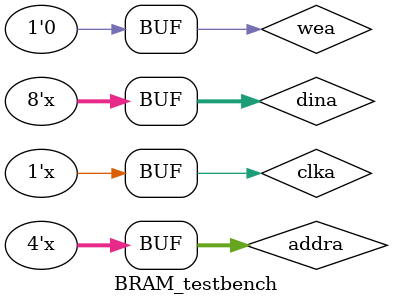
<source format=v>
`timescale 1ns / 1ps
module BRAM_testbench();
    reg clka;
    reg wea;
    reg [3:0] addra;
    reg [7:0] dina;
    wire [7:0] douta;
    wire [7:0] douta_R;
    wire [7:0] douta_N;
    BRAM BRAM (
    .clka(clka),    // input wire clka
    .wea(wea),      // input wire [0 : 0] wea
    .addra(addra),  // input wire [3 : 0] addra
    .dina(dina),    // input wire [7 : 0] dina
    .douta(douta)  // output wire [7 : 0] douta
    );
    BRAM_R BRAM_R (
    .clka(clka),    // input wire clka
    .wea(wea),      // input wire [0 : 0] wea
    .addra(addra),  // input wire [3 : 0] addra
    .dina(dina),    // input wire [7 : 0] dina
    .douta(douta_R)  // output wire [7 : 0] douta
    );
    BRAM_N BRAM_N (
    .clka(clka),    // input wire clka
    .wea(wea),      // input wire [0 : 0] wea
    .addra(addra),  // input wire [3 : 0] addra
    .dina(dina),    // input wire [7 : 0] dina
    .douta(douta_N)  // output wire [7 : 0] douta
    );
    initial begin
        clka=0;
        addra=0;
        dina=0;
        wea=0;
        #67 wea=1;
        #867 wea=0;
    end
    always #5 clka=~clka;
    always #50 addra=addra+1;
    always #50 dina=dina+2;
endmodule

</source>
